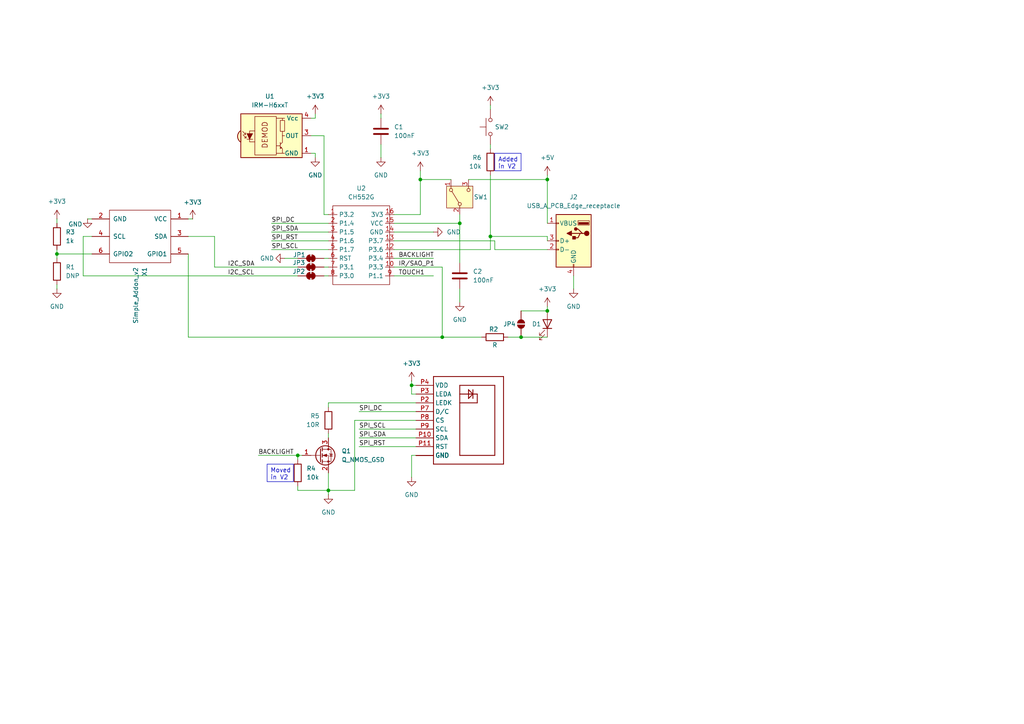
<source format=kicad_sch>
(kicad_sch (version 20231120) (generator "eeschema") (generator_version "8.0")
  (paper "A4")
  (lib_symbols
    (symbol "CH552G:CH552G"
      (property "Reference" "U" (at 0 1.27 0))
      (property "Value" "CH552G" (at 0 -2.54 0))
      (symbol "CH552G_0_1"
        (rectangle (start -8.89 8.89) (end 7.62 -13.97))
      )
      (symbol "CH552G_1_1"
        (pin bidirectional line (at -10.16 6.35 0) (length 2.54) (name "P3.2") (number "1"))
        (pin bidirectional line (at 8.89 -8.89 180) (length 2.54) (name "P3.3") (number "10"))
        (pin bidirectional line (at 8.89 -6.35 180) (length 2.54) (name "P3.4") (number "11"))
        (pin bidirectional line (at 8.89 -3.81 180) (length 2.54) (name "P3.6") (number "12"))
        (pin bidirectional line (at 8.89 -1.27 180) (length 2.54) (name "P3.7") (number "13"))
        (pin bidirectional line (at 8.89 1.27 180) (length 2.54) (name "GND") (number "14"))
        (pin bidirectional line (at 8.89 3.81 180) (length 2.54) (name "VCC") (number "15"))
        (pin bidirectional line (at 8.89 6.35 180) (length 2.54) (name "3V3") (number "16"))
        (pin bidirectional line (at -10.16 3.81 0) (length 2.54) (name "P1.4") (number "2"))
        (pin bidirectional line (at -10.16 1.27 0) (length 2.54) (name "P1.5") (number "3"))
        (pin bidirectional line (at -10.16 -1.27 0) (length 2.54) (name "P1.6") (number "4"))
        (pin bidirectional line (at -10.16 -3.81 0) (length 2.54) (name "P1.7") (number "5"))
        (pin bidirectional line (at -10.16 -6.35 0) (length 2.54) (name "RST") (number "6"))
        (pin bidirectional line (at -10.16 -8.89 0) (length 2.54) (name "P3.1") (number "7"))
        (pin bidirectional line (at -10.16 -11.43 0) (length 2.54) (name "P3.0") (number "8"))
        (pin bidirectional line (at 8.89 -11.43 180) (length 2.54) (name "P1.1") (number "9"))
      )
    )
    (symbol "Device:C" (pin_numbers hide) (pin_names (offset 0.254))
      (property "Reference" "C" (at 0.635 2.54 0))
      (property "Value" "C" (at 0.635 -2.54 0))
      (symbol "C_0_1"
        (polyline (pts (xy -2.032 -0.762) (xy 2.032 -0.762)) (stroke (width 0.508)))
        (polyline (pts (xy -2.032 0.762) (xy 2.032 0.762)) (stroke (width 0.508)))
      )
      (symbol "C_1_1"
        (pin passive line (at 0 3.81 270) (length 2.794) (name "~") (number "1"))
        (pin passive line (at 0 -3.81 90) (length 2.794) (name "~") (number "2"))
      )
    )
    (symbol "Device:LED" (pin_numbers hide) (pin_names (offset 1.016) hide)
      (property "Reference" "D" (at 0 2.54 0))
      (property "Value" "LED" (at 0 -2.54 0))
      (symbol "LED_0_1"
        (polyline (pts (xy -1.27 -1.27) (xy -1.27 1.27)) (stroke (width 0.254)))
        (polyline (pts (xy -1.27 0) (xy 1.27 0)))
        (polyline (pts (xy 1.27 -1.27) (xy 1.27 1.27) (xy -1.27 0) (xy 1.27 -1.27)) (stroke (width 0.254)))
        (polyline (pts (xy -3.048 -0.762) (xy -4.572 -2.286) (xy -3.81 -2.286) (xy -4.572 -2.286) (xy -4.572 -1.524)))
        (polyline (pts (xy -1.778 -0.762) (xy -3.302 -2.286) (xy -2.54 -2.286) (xy -3.302 -2.286) (xy -3.302 -1.524)))
      )
      (symbol "LED_1_1"
        (pin passive line (at -3.81 0 0) (length 2.54) (name "K") (number "1"))
        (pin passive line (at 3.81 0 180) (length 2.54) (name "A") (number "2"))
      )
    )
    (symbol "Device:Q_NMOS_GSD" (pin_names (offset 0) hide)
      (property "Reference" "Q" (at 5.08 1.27 0))
      (property "Value" "Q_NMOS_GSD" (at 5.08 -1.27 0))
      (symbol "Q_NMOS_GSD_0_1"
        (polyline (pts (xy 0.254 0) (xy -2.54 0)))
        (polyline (pts (xy 0.254 1.905) (xy 0.254 -1.905)) (stroke (width 0.254)))
        (polyline (pts (xy 0.762 -1.27) (xy 0.762 -2.286)) (stroke (width 0.254)))
        (polyline (pts (xy 0.762 0.508) (xy 0.762 -0.508)) (stroke (width 0.254)))
        (polyline (pts (xy 0.762 2.286) (xy 0.762 1.27)) (stroke (width 0.254)))
        (polyline (pts (xy 2.54 2.54) (xy 2.54 1.778)))
        (polyline (pts (xy 2.54 -2.54) (xy 2.54 0) (xy 0.762 0)))
        (polyline (pts (xy 0.762 -1.778) (xy 3.302 -1.778) (xy 3.302 1.778) (xy 0.762 1.778)))
        (polyline (pts (xy 1.016 0) (xy 2.032 0.381) (xy 2.032 -0.381) (xy 1.016 0)) (fill (type outline)))
        (polyline (pts (xy 2.794 0.508) (xy 2.921 0.381) (xy 3.683 0.381) (xy 3.81 0.254)))
        (polyline (pts (xy 3.302 0.381) (xy 2.921 -0.254) (xy 3.683 -0.254) (xy 3.302 0.381)))
        (circle (center 1.651 0) (radius 2.794) (stroke (width 0.254)))
        (circle (center 2.54 -1.778) (radius 0.254) (fill (type outline)))
        (circle (center 2.54 1.778) (radius 0.254) (fill (type outline)))
      )
      (symbol "Q_NMOS_GSD_1_1"
        (pin input line (at -5.08 0 0) (length 2.54) (name "G") (number "1"))
        (pin passive line (at 2.54 -5.08 90) (length 2.54) (name "S") (number "2"))
        (pin passive line (at 2.54 5.08 270) (length 2.54) (name "D") (number "3"))
      )
    )
    (symbol "Device:R" (pin_numbers hide) (pin_names (offset 0))
      (property "Reference" "R" (at 2.032 0 90))
      (property "Value" "R" (at 0 0 90))
      (symbol "R_0_1"
        (rectangle (start -1.016 -2.54) (end 1.016 2.54) (stroke (width 0.254)))
      )
      (symbol "R_1_1"
        (pin passive line (at 0 3.81 270) (length 1.27) (name "~") (number "1"))
        (pin passive line (at 0 -3.81 90) (length 1.27) (name "~") (number "2"))
      )
    )
    (symbol "Interface_Optical:IRM-H6xxT" (pin_names (offset 1.016))
      (property "Reference" "U" (at -10.16 7.62 0))
      (property "Value" "IRM-H6xxT" (at -10.16 -7.62 0))
      (symbol "IRM-H6xxT_0_0"
        (arc (start -10.287 1.397) (mid -11.0899 -0.1852) (end -10.287 -1.778) (stroke (width 0.254)) (fill (type background)))
        (polyline (pts (xy 1.905 -5.08) (xy 0.127 -5.08)))
        (polyline (pts (xy 1.905 5.08) (xy 0.127 5.08)))
        (text "DEMOD" (at -3.175 0.254 900) (effects (font (size 1.524 1.524))))
      )
      (symbol "IRM-H6xxT_0_1"
        (rectangle (start -6.096 5.588) (end 0.127 -5.588))
        (polyline (pts (xy -8.763 0.381) (xy -9.652 1.27)))
        (polyline (pts (xy -8.763 0.381) (xy -9.271 0.381)))
        (polyline (pts (xy -8.763 0.381) (xy -8.763 0.889)))
        (polyline (pts (xy -8.636 -0.635) (xy -9.525 0.254)))
        (polyline (pts (xy -8.636 -0.635) (xy -9.144 -0.635)))
        (polyline (pts (xy -8.636 -0.635) (xy -8.636 -0.127)))
        (polyline (pts (xy -8.382 -1.016) (xy -6.731 -1.016)))
        (polyline (pts (xy 1.27 -2.921) (xy 0.127 -2.921)))
        (polyline (pts (xy 1.27 -1.905) (xy 1.27 -3.81)))
        (polyline (pts (xy 1.397 -3.556) (xy 1.524 -3.556)))
        (polyline (pts (xy 1.651 -3.556) (xy 1.524 -3.556)))
        (polyline (pts (xy 1.651 -3.556) (xy 1.651 -3.302)))
        (polyline (pts (xy 1.905 0) (xy 1.905 1.27)))
        (polyline (pts (xy 1.905 4.445) (xy 1.905 5.08) (xy 2.54 5.08)))
        (polyline (pts (xy -8.382 0.635) (xy -6.731 0.635) (xy -7.62 -1.016) (xy -8.382 0.635)) (fill (type outline)))
        (polyline (pts (xy -6.096 1.397) (xy -7.62 1.397) (xy -7.62 -1.778) (xy -6.096 -1.778)))
        (polyline (pts (xy 1.27 -3.175) (xy 1.905 -3.81) (xy 1.905 -5.08) (xy 2.54 -5.08)))
        (polyline (pts (xy 1.27 -2.54) (xy 1.905 -1.905) (xy 1.905 0) (xy 2.54 0)))
        (rectangle (start 2.54 1.27) (end 1.27 4.445))
        (rectangle (start 7.62 6.35) (end -10.16 -6.35) (stroke (width 0.254)) (fill (type background)))
      )
      (symbol "IRM-H6xxT_1_1"
        (pin power_in line (at 10.16 -5.08 180) (length 2.54) (name "GND") (number "1"))
        (pin passive line (at 10.16 -5.08 180) (length 2.54) hide (name "GND") (number "2"))
        (pin output line (at 10.16 0 180) (length 2.54) (name "OUT") (number "3"))
        (pin power_in line (at 10.16 5.08 180) (length 2.54) (name "Vcc") (number "4"))
      )
    )
    (symbol "Jumper:SolderJumper_2_Bridged" (pin_numbers hide) (pin_names (offset 0) hide) (exclude_from_sim yes) (in_bom no)
      (property "Reference" "JP" (at 0 2.032 0))
      (property "Value" "SolderJumper_2_Bridged" (at 0 -2.54 0))
      (symbol "SolderJumper_2_Bridged_0_1"
        (rectangle (start -0.508 0.508) (end 0.508 -0.508) (fill (type outline)))
        (arc (start -0.254 1.016) (mid -1.2656 0) (end -0.254 -1.016))
        (arc (start -0.254 1.016) (mid -1.2656 0) (end -0.254 -1.016) (fill (type outline)))
        (polyline (pts (xy -0.254 1.016) (xy -0.254 -1.016)))
        (polyline (pts (xy 0.254 1.016) (xy 0.254 -1.016)))
        (arc (start 0.254 -1.016) (mid 1.2656 0) (end 0.254 1.016))
        (arc (start 0.254 -1.016) (mid 1.2656 0) (end 0.254 1.016) (fill (type outline)))
      )
      (symbol "SolderJumper_2_Bridged_1_1"
        (pin passive line (at -3.81 0 0) (length 2.54) (name "A") (number "1"))
        (pin passive line (at 3.81 0 180) (length 2.54) (name "B") (number "2"))
      )
    )
    (symbol "Jumper:SolderJumper_2_Open" (pin_numbers hide) (pin_names (offset 0) hide) (exclude_from_sim yes) (in_bom no)
      (property "Reference" "JP" (at 0 2.032 0))
      (property "Value" "SolderJumper_2_Open" (at 0 -2.54 0))
      (symbol "SolderJumper_2_Open_0_1"
        (arc (start -0.254 1.016) (mid -1.2656 0) (end -0.254 -1.016))
        (arc (start -0.254 1.016) (mid -1.2656 0) (end -0.254 -1.016) (fill (type outline)))
        (polyline (pts (xy -0.254 1.016) (xy -0.254 -1.016)))
        (polyline (pts (xy 0.254 1.016) (xy 0.254 -1.016)))
        (arc (start 0.254 -1.016) (mid 1.2656 0) (end 0.254 1.016))
        (arc (start 0.254 -1.016) (mid 1.2656 0) (end 0.254 1.016) (fill (type outline)))
      )
      (symbol "SolderJumper_2_Open_1_1"
        (pin passive line (at -3.81 0 0) (length 2.54) (name "A") (number "1"))
        (pin passive line (at 3.81 0 180) (length 2.54) (name "B") (number "2"))
      )
    )
    (symbol "Simple_Addon_v2:Simple_Addon_v2" (pin_names (offset 1.016))
      (property "Reference" "X" (at 0 0 0))
      (property "Value" "Simple_Addon_v2" (at 0 20.32 0))
      (symbol "Simple_Addon_v2_0_1"
        (rectangle (start -7.62 8.89) (end 7.62 -8.89))
      )
      (symbol "Simple_Addon_v2_1_1"
        (pin input line (at -5.08 13.97 270) (length 5.08) (name "VCC") (number "1"))
        (pin input line (at -5.08 -13.97 90) (length 5.08) (name "GND") (number "2"))
        (pin input line (at 0 13.97 270) (length 5.08) (name "SDA") (number "3"))
        (pin input line (at 0 -13.97 90) (length 5.08) (name "SCL") (number "4"))
        (pin input line (at 5.08 13.97 270) (length 5.08) (name "GPIO1") (number "5"))
        (pin input line (at 5.08 -13.97 90) (length 5.08) (name "GPIO2") (number "6"))
      )
    )
    (symbol "Switch:SW_Push" (pin_numbers hide) (pin_names (offset 1.016) hide)
      (property "Reference" "SW" (at 1.27 2.54 0))
      (property "Value" "SW_Push" (at 0 -1.524 0))
      (symbol "SW_Push_0_1"
        (circle (center -2.032 0) (radius 0.508))
        (polyline (pts (xy 0 1.27) (xy 0 3.048)))
        (polyline (pts (xy 2.54 1.27) (xy -2.54 1.27)))
        (circle (center 2.032 0) (radius 0.508))
        (pin passive line (at -5.08 0 0) (length 2.54) (name "1") (number "1"))
        (pin passive line (at 5.08 0 180) (length 2.54) (name "2") (number "2"))
      )
    )
    (symbol "Switch:SW_SPDT" (pin_names (offset 0) hide)
      (property "Reference" "SW" (at 0 5.08 0))
      (property "Value" "SW_SPDT" (at 0 -5.08 0))
      (symbol "SW_SPDT_0_1"
        (circle (center -2.032 0) (radius 0.4572))
        (polyline (pts (xy -1.651 0.254) (xy 1.651 2.286)))
        (circle (center 2.032 -2.54) (radius 0.4572))
        (circle (center 2.032 2.54) (radius 0.4572))
      )
      (symbol "SW_SPDT_1_1"
        (rectangle (start -3.175 3.81) (end 3.175 -3.81) (fill (type background)))
        (pin passive line (at 5.08 2.54 180) (length 2.54) (name "A") (number "1"))
        (pin passive line (at -5.08 0 0) (length 2.54) (name "B") (number "2"))
        (pin passive line (at 5.08 -2.54 180) (length 2.54) (name "C") (number "3"))
      )
    )
    (symbol "power:+3V3" (power) (pin_numbers hide) (pin_names (offset 0) hide)
      (property "Value" "+3V3" (at 0 3.556 0))
      (symbol "+3V3_0_1"
        (polyline (pts (xy -0.762 1.27) (xy 0 2.54)))
        (polyline (pts (xy 0 0) (xy 0 2.54)))
        (polyline (pts (xy 0 2.54) (xy 0.762 1.27)))
      )
      (symbol "+3V3_1_1"
        (pin power_in line (at 0 0 90) (length 0) (name "~") (number "1"))
      )
    )
    (symbol "power:+5V" (power) (pin_numbers hide) (pin_names (offset 0) hide)
      (property "Value" "+5V" (at 0 3.556 0))
      (symbol "+5V_0_1"
        (polyline (pts (xy -0.762 1.27) (xy 0 2.54)))
        (polyline (pts (xy 0 0) (xy 0 2.54)))
        (polyline (pts (xy 0 2.54) (xy 0.762 1.27)))
      )
      (symbol "+5V_1_1"
        (pin power_in line (at 0 0 90) (length 0) (name "~") (number "1"))
      )
    )
    (symbol "power:GND" (power) (pin_numbers hide) (pin_names (offset 0) hide)
      (property "Value" "GND" (at 0 -3.81 0))
      (symbol "GND_0_1"
        (polyline (pts (xy 0 0) (xy 0 -1.27) (xy 1.27 -1.27) (xy 0 -2.54) (xy -1.27 -1.27) (xy 0 -1.27)))
      )
      (symbol "GND_1_1"
        (pin power_in line (at 0 0 270) (length 0) (name "~") (number "1"))
      )
    )
    (symbol "usb-edge:USB_A_PCB_Edge_receptacle" (pin_names (offset 1.016))
      (property "Reference" "J" (at -5.08 11.43 0))
      (property "Value" "USB_A_PCB_Edge_receptacle" (at -5.08 8.89 0))
      (symbol "USB_A_PCB_Edge_receptacle_0_1"
        (rectangle (start -5.08 -7.62) (end 5.08 7.62) (stroke (width 0.254)) (fill (type background)))
        (circle (center -3.81 2.159) (radius 0.635) (stroke (width 0.254)) (fill (type outline)))
        (rectangle (start -1.524 4.826) (end -4.318 5.334) (fill (type outline)))
        (rectangle (start -1.27 4.572) (end -4.572 5.842))
        (circle (center -0.635 3.429) (radius 0.381) (stroke (width 0.254)) (fill (type outline)))
        (rectangle (start -0.127 -7.62) (end 0.127 -6.858))
        (polyline (pts (xy -3.175 2.159) (xy -2.54 2.159) (xy -1.27 3.429) (xy -0.635 3.429)) (stroke (width 0.254)))
        (polyline (pts (xy -2.54 2.159) (xy -1.905 2.159) (xy -1.27 0.889) (xy 0 0.889)) (stroke (width 0.254)))
        (polyline (pts (xy 0.635 2.794) (xy 0.635 1.524) (xy 1.905 2.159) (xy 0.635 2.794)) (stroke (width 0.254)) (fill (type outline)))
        (rectangle (start 0.254 1.27) (end -0.508 0.508) (stroke (width 0.254)) (fill (type outline)))
        (rectangle (start 5.08 -2.667) (end 4.318 -2.413))
        (rectangle (start 5.08 -0.127) (end 4.318 0.127))
        (rectangle (start 5.08 4.953) (end 4.318 5.207))
      )
      (symbol "USB_A_PCB_Edge_receptacle_1_1"
        (polyline (pts (xy -1.905 2.159) (xy 0.635 2.159)) (stroke (width 0.254)))
        (pin power_in line (at 7.62 5.08 180) (length 2.54) (name "VBUS") (number "1"))
        (pin bidirectional line (at 7.62 -2.54 180) (length 2.54) (name "D-") (number "2"))
        (pin bidirectional line (at 7.62 0 180) (length 2.54) (name "D+") (number "3"))
        (pin power_in line (at 0 -10.16 90) (length 2.54) (name "GND") (number "4"))
        (pin passive line (at -2.54 -10.16 90) (length 2.54) hide (name "Shield") (number "5"))
      )
    )
    (symbol "v0-eagle-import:STP240240-0130A"
      (symbol "STP240240-0130A_1_0"
        (polyline (pts (xy 0 -12.7) (xy 20.32 -12.7)) (stroke (width 0.254)))
        (polyline (pts (xy 0 12.7) (xy 0 -12.7)) (stroke (width 0.254)))
        (polyline (pts (xy 7.62 -10.16) (xy 7.62 5.08)) (stroke (width 0.254)))
        (polyline (pts (xy 7.62 5.08) (xy 7.62 7.62)) (stroke (width 0.254)))
        (polyline (pts (xy 7.62 7.62) (xy 7.62 10.16)) (stroke (width 0.254)))
        (polyline (pts (xy 7.62 7.62) (xy 12.7 7.62)) (stroke (width 0.254)))
        (polyline (pts (xy 7.62 10.16) (xy 17.78 10.16)) (stroke (width 0.254)))
        (polyline (pts (xy 10.16 6.35) (xy 11.43 7.62)) (stroke (width 0.254)))
        (polyline (pts (xy 10.16 8.89) (xy 10.16 6.35)) (stroke (width 0.254)))
        (polyline (pts (xy 11.43 7.62) (xy 10.16 8.89)) (stroke (width 0.254)))
        (polyline (pts (xy 11.43 8.89) (xy 11.43 6.35)) (stroke (width 0.254)))
        (polyline (pts (xy 12.7 5.08) (xy 7.62 5.08)) (stroke (width 0.254)))
        (polyline (pts (xy 12.7 7.62) (xy 12.7 5.08)) (stroke (width 0.254)))
        (polyline (pts (xy 17.78 -10.16) (xy 7.62 -10.16)) (stroke (width 0.254)))
        (polyline (pts (xy 17.78 10.16) (xy 17.78 -10.16)) (stroke (width 0.254)))
        (polyline (pts (xy 20.32 -12.7) (xy 20.32 12.7)) (stroke (width 0.254)))
        (polyline (pts (xy 20.32 12.7) (xy 0 12.7)) (stroke (width 0.254)))
        (pin bidirectional line (at -5.08 -10.16 0) (length 5.08) (name "GND") (number "P1"))
        (pin bidirectional line (at -5.08 -5.08 0) (length 5.08) (name "SDA") (number "P10"))
        (pin bidirectional line (at -5.08 -7.62 0) (length 5.08) (name "RST") (number "P11"))
        (pin bidirectional line (at -5.08 -10.16 0) (length 5.08) (name "GND") (number "P12"))
        (pin bidirectional line (at -5.08 5.08 0) (length 5.08) (name "LEDK") (number "P2"))
        (pin bidirectional line (at -5.08 7.62 0) (length 5.08) (name "LEDA") (number "P3"))
        (pin bidirectional line (at -5.08 10.16 0) (length 5.08) (name "VDD") (number "P4"))
        (pin bidirectional line (at -5.08 -10.16 0) (length 5.08) (name "GND") (number "P5"))
        (pin bidirectional line (at -5.08 -10.16 0) (length 5.08) (name "GND") (number "P6"))
        (pin bidirectional line (at -5.08 2.54 0) (length 5.08) (name "D/C") (number "P7"))
        (pin bidirectional line (at -5.08 0 0) (length 5.08) (name "CS") (number "P8"))
        (pin bidirectional line (at -5.08 -2.54 0) (length 5.08) (name "SCL") (number "P9"))
      )
    )
  )
  (junction (at 119.38 111.76))
  (junction (at 16.51 73.66))
  (junction (at 142.24 68.58))
  (junction (at 133.35 64.77))
  (junction (at 121.92 52.07))
  (junction (at 128.27 97.79))
  (junction (at 158.75 52.07))
  (junction (at 158.75 90.17))
  (junction (at 95.25 142.24))
  (junction (at 151.13 97.79))
  (junction (at 86.36 132.08))
  (wire (pts (xy 142.24 50.8) (xy 142.24 68.58)))
  (wire (pts (xy 114.3 80.01) (xy 125.73 80.01)))
  (wire (pts (xy 86.36 132.08) (xy 87.63 132.08)))
  (wire (pts (xy 78.74 72.39) (xy 95.25 72.39)))
  (wire (pts (xy 110.49 33.02) (xy 110.49 34.29)))
  (wire (pts (xy 143.51 72.39) (xy 158.75 72.39)))
  (wire (pts (xy 119.38 111.76) (xy 120.65 111.76)))
  (wire (pts (xy 93.98 74.93) (xy 95.25 74.93)))
  (wire (pts (xy 102.87 121.92) (xy 102.87 142.24)))
  (wire (pts (xy 91.44 44.45) (xy 91.44 45.72)))
  (wire (pts (xy 74.93 132.08) (xy 86.36 132.08)))
  (wire (pts (xy 16.51 72.39) (xy 16.51 73.66)))
  (wire (pts (xy 93.98 39.37) (xy 93.98 62.23)))
  (wire (pts (xy 78.74 67.31) (xy 95.25 67.31)))
  (wire (pts (xy 133.35 64.77) (xy 133.35 76.2)))
  (wire (pts (xy 24.13 68.58) (xy 26.67 68.58)))
  (wire (pts (xy 143.51 69.85) (xy 143.51 72.39)))
  (wire (pts (xy 114.3 62.23) (xy 121.92 62.23)))
  (wire (pts (xy 86.36 142.24) (xy 95.25 142.24)))
  (wire (pts (xy 62.23 77.47) (xy 86.36 77.47)))
  (wire (pts (xy 86.36 74.93) (xy 82.55 74.93)))
  (wire (pts (xy 104.14 119.38) (xy 120.65 119.38)))
  (wire (pts (xy 128.27 77.47) (xy 114.3 77.47)))
  (wire (pts (xy 93.98 62.23) (xy 95.25 62.23)))
  (wire (pts (xy 26.67 63.5) (xy 25.4 63.5)))
  (wire (pts (xy 119.38 114.3) (xy 119.38 111.76)))
  (wire (pts (xy 135.89 52.07) (xy 158.75 52.07)))
  (wire (pts (xy 114.3 72.39) (xy 142.24 72.39)))
  (wire (pts (xy 86.36 142.24) (xy 86.36 140.97)))
  (wire (pts (xy 121.92 49.53) (xy 121.92 52.07)))
  (wire (pts (xy 114.3 67.31) (xy 125.73 67.31)))
  (wire (pts (xy 142.24 31.75) (xy 142.24 30.48)))
  (wire (pts (xy 104.14 124.46) (xy 120.65 124.46)))
  (wire (pts (xy 121.92 52.07) (xy 121.92 62.23)))
  (wire (pts (xy 24.13 80.01) (xy 86.36 80.01)))
  (wire (pts (xy 166.37 80.01) (xy 166.37 83.82)))
  (wire (pts (xy 158.75 52.07) (xy 158.75 64.77)))
  (wire (pts (xy 95.25 142.24) (xy 102.87 142.24)))
  (wire (pts (xy 114.3 74.93) (xy 125.73 74.93)))
  (wire (pts (xy 133.35 83.82) (xy 133.35 87.63)))
  (wire (pts (xy 78.74 69.85) (xy 95.25 69.85)))
  (wire (pts (xy 142.24 68.58) (xy 158.75 68.58)))
  (wire (pts (xy 128.27 97.79) (xy 139.7 97.79)))
  (wire (pts (xy 62.23 68.58) (xy 62.23 77.47)))
  (wire (pts (xy 90.17 44.45) (xy 91.44 44.45)))
  (wire (pts (xy 16.51 63.5) (xy 16.51 64.77)))
  (wire (pts (xy 86.36 132.08) (xy 86.36 133.35)))
  (wire (pts (xy 54.61 73.66) (xy 54.61 97.79)))
  (wire (pts (xy 158.75 88.9) (xy 158.75 90.17)))
  (wire (pts (xy 91.44 33.02) (xy 91.44 34.29)))
  (wire (pts (xy 120.65 114.3) (xy 119.38 114.3)))
  (wire (pts (xy 151.13 90.17) (xy 158.75 90.17)))
  (wire (pts (xy 119.38 132.08) (xy 119.38 138.43)))
  (wire (pts (xy 93.98 80.01) (xy 95.25 80.01)))
  (wire (pts (xy 54.61 97.79) (xy 128.27 97.79)))
  (wire (pts (xy 55.88 63.5) (xy 54.61 63.5)))
  (wire (pts (xy 90.17 39.37) (xy 93.98 39.37)))
  (wire (pts (xy 95.25 116.84) (xy 95.25 118.11)))
  (wire (pts (xy 16.51 82.55) (xy 16.51 83.82)))
  (wire (pts (xy 90.17 34.29) (xy 91.44 34.29)))
  (wire (pts (xy 142.24 41.91) (xy 142.24 43.18)))
  (wire (pts (xy 16.51 73.66) (xy 26.67 73.66)))
  (wire (pts (xy 78.74 64.77) (xy 95.25 64.77)))
  (wire (pts (xy 151.13 97.79) (xy 158.75 97.79)))
  (wire (pts (xy 142.24 72.39) (xy 142.24 68.58)))
  (wire (pts (xy 158.75 68.58) (xy 158.75 69.85)))
  (wire (pts (xy 128.27 97.79) (xy 128.27 77.47)))
  (wire (pts (xy 54.61 68.58) (xy 62.23 68.58)))
  (wire (pts (xy 16.51 73.66) (xy 16.51 74.93)))
  (wire (pts (xy 147.32 97.79) (xy 151.13 97.79)))
  (wire (pts (xy 121.92 52.07) (xy 130.81 52.07)))
  (wire (pts (xy 93.98 77.47) (xy 95.25 77.47)))
  (wire (pts (xy 158.75 50.8) (xy 158.75 52.07)))
  (wire (pts (xy 120.65 132.08) (xy 119.38 132.08)))
  (wire (pts (xy 24.13 80.01) (xy 24.13 68.58)))
  (wire (pts (xy 95.25 125.73) (xy 95.25 127)))
  (wire (pts (xy 120.65 121.92) (xy 102.87 121.92)))
  (wire (pts (xy 119.38 110.49) (xy 119.38 111.76)))
  (wire (pts (xy 114.3 69.85) (xy 143.51 69.85)))
  (wire (pts (xy 133.35 64.77) (xy 114.3 64.77)))
  (wire (pts (xy 120.65 116.84) (xy 95.25 116.84)))
  (wire (pts (xy 104.14 127) (xy 120.65 127)))
  (wire (pts (xy 104.14 129.54) (xy 120.65 129.54)))
  (wire (pts (xy 110.49 41.91) (xy 110.49 45.72)))
  (wire (pts (xy 95.25 137.16) (xy 95.25 142.24)))
  (wire (pts (xy 133.35 62.23) (xy 133.35 64.77)))
  (wire (pts (xy 95.25 143.51) (xy 95.25 142.24)))
  (text_box "Moved in V2" (at 77.47 134.62 0) (size 7.62 5.08) (effects (font (size 1.27 1.27)) (justify left top)))
  (text_box "Added in V2" (at 143.51 44.45 0) (size 7.62 5.08) (effects (font (size 1.27 1.27)) (justify left top)))
  (label "BACKLIGHT" (at 115.57 74.93 0))
  (label "SPI_SCL" (at 78.74 72.39 0))
  (label "SPI_DC" (at 78.74 64.77 0))
  (label "TOUCH1" (at 115.57 80.01 0))
  (label "SPI_SDA" (at 104.14 127 0))
  (label "BACKLIGHT" (at 74.93 132.08 0))
  (label "I2C_SCL" (at 66.04 80.01 0))
  (label "SPI_RST" (at 104.14 129.54 0))
  (label "SPI_RST" (at 78.74 69.85 0))
  (label "I2C_SDA" (at 66.04 77.47 0))
  (label "SPI_SDA" (at 78.74 67.31 0))
  (label "SPI_DC" (at 104.14 119.38 0))
  (label "SPI_SCL" (at 104.14 124.46 0))
  (label "IR{slash}SAO_P1" (at 115.57 77.47 0))
  (symbol (lib_id "power:GND") (at 125.73 67.31 90) (unit 1)
    (property "Reference" "#PWR016" (effects (hide yes)))
    (property "Value" "GND" (at 129.54 67.3099 90) (effects (justify right)))
    (property "Description" "Power symbol creates a global label with name \"GND\" , ground" (effects (hide yes)))
  )
  (symbol (lib_id "power:GND") (at 110.49 45.72 0) (unit 1)
    (property "Reference" "#PWR012" (effects (hide yes)))
    (property "Value" "GND" (at 110.49 50.8 0))
    (property "Description" "Power symbol creates a global label with name \"GND\" , ground" (effects (hide yes)))
  )
  (symbol (lib_id "power:+5V") (at 158.75 50.8 0) (unit 1)
    (property "Reference" "#PWR019" (effects (hide yes)))
    (property "Value" "+5V" (at 158.75 45.72 0))
    (property "Description" "Power symbol creates a global label with name \"+5V\"" (effects (hide yes)))
  )
  (symbol (lib_id "Device:R") (at 16.51 68.58 0) (unit 1)
    (property "Reference" "R3" (at 19.05 67.3099 0) (effects (justify left)))
    (property "Value" "1k" (at 19.05 69.8499 0) (effects (justify left)))
    (property "Footprint" "Resistor_SMD:R_0603_1608Metric" (effects (hide yes)))
    (property "Description" "Resistor" (effects (hide yes)))
  )
  (symbol (lib_id "Device:C") (at 110.49 38.1 0) (unit 1)
    (property "Reference" "C1" (at 114.3 36.8299 0) (effects (justify left)))
    (property "Value" "100nF" (at 114.3 39.3699 0) (effects (justify left)))
    (property "Footprint" "Capacitor_SMD:C_0603_1608Metric" (effects (hide yes)))
    (property "Description" "Unpolarized capacitor" (effects (hide yes)))
  )
  (symbol (lib_id "Switch:SW_Push") (at 142.24 36.83 90) (unit 1)
    (property "Reference" "SW2" (at 143.51 36.83 90) (effects (justify right)))
    (property "Value" "SW_Push" (effects (hide yes)))
    (property "Footprint" "Button_Switch_SMD:SW_SPST_CK_RS282G05A3" (effects (hide yes)))
    (property "Description" "Push button switch, generic, two pins" (effects (hide yes)))
  )
  (symbol (lib_id "power:GND") (at 166.37 83.82 0) (unit 1)
    (property "Reference" "#PWR021" (effects (hide yes)))
    (property "Value" "GND" (at 166.37 88.9 0))
    (property "Description" "Power symbol creates a global label with name \"GND\" , ground" (effects (hide yes)))
  )
  (symbol (lib_id "power:+3V3") (at 110.49 33.02 0) (unit 1)
    (property "Reference" "#PWR011" (effects (hide yes)))
    (property "Value" "+3V3" (at 110.49 27.94 0))
    (property "Description" "Power symbol creates a global label with name \"+3V3\"" (effects (hide yes)))
  )
  (symbol (lib_id "power:GND") (at 119.38 138.43 0) (unit 1)
    (property "Reference" "#PWR014" (effects (hide yes)))
    (property "Value" "GND" (at 119.38 143.51 0))
    (property "Description" "Power symbol creates a global label with name \"GND\" , ground" (effects (hide yes)))
  )
  (symbol (lib_id "power:+3V3") (at 119.38 110.49 0) (unit 1)
    (property "Reference" "#PWR013" (effects (hide yes)))
    (property "Value" "+3V3" (at 119.38 105.41 0))
    (property "Description" "Power symbol creates a global label with name \"+3V3\"" (effects (hide yes)))
  )
  (symbol (lib_id "Device:R") (at 142.24 46.99 0) (mirror y) (unit 1)
    (property "Reference" "R6" (at 139.7 45.7199 0) (effects (justify left)))
    (property "Value" "10k" (at 139.7 48.2599 0) (effects (justify left)))
    (property "Footprint" "Resistor_SMD:R_0603_1608Metric" (effects (hide yes)))
    (property "Description" "Resistor" (effects (hide yes)))
  )
  (symbol (lib_id "Interface_Optical:IRM-H6xxT") (at 80.01 39.37 0) (unit 1)
    (property "Reference" "U1" (at 78.275 27.94 0))
    (property "Value" "IRM-H6xxT" (at 78.275 30.48 0))
    (property "Footprint" "OptoDevice:Everlight_IRM-H6xxT" (effects (hide yes)))
    (property "Datasheet" "https://en.everlight.com/wp-content/plugins/ItemRelationship/product_files/pdf/DMO-0000004-IRM-H6XX-TR2_Series_Datasheet_V4.pdf" (effects (hide yes)))
    (property "Description" "IR Receiver Modules for remote controls" (effects (hide yes)))
  )
  (symbol (lib_id "Device:R") (at 143.51 97.79 90) (mirror x) (unit 1)
    (property "Reference" "R2" (at 144.526 95.504 90) (effects (justify left)))
    (property "Value" "R" (at 144.272 100.076 90) (effects (justify left)))
    (property "Footprint" "Resistor_SMD:R_0603_1608Metric" (effects (hide yes)))
    (property "Description" "Resistor" (effects (hide yes)))
  )
  (symbol (lib_id "Jumper:SolderJumper_2_Bridged") (at 90.17 80.01 0) (mirror y) (unit 1) (exclude_from_sim yes) (in_bom no)
    (property "Reference" "JP2" (at 84.836 78.74 0) (effects (justify right)))
    (property "Value" "SolderJumper_2_Bridged" (effects (hide yes)))
    (property "Footprint" "Jumper:SolderJumper-2_P1.3mm_Bridged_RoundedPad1.0x1.5mm" (effects (hide yes)))
    (property "Description" "Solder Jumper, 2-pole, closed/bridged" (effects (hide yes)))
  )
  (symbol (lib_id "power:+3V3") (at 142.24 30.48 0) (unit 1)
    (property "Reference" "#PWR018" (effects (hide yes)))
    (property "Value" "+3V3" (at 142.24 25.4 0))
    (property "Description" "Power symbol creates a global label with name \"+3V3\"" (effects (hide yes)))
  )
  (symbol (lib_id "Device:Q_NMOS_GSD") (at 92.71 132.08 0) (unit 1)
    (property "Reference" "Q1" (at 99.06 130.8099 0) (effects (justify left)))
    (property "Value" "Q_NMOS_GSD" (at 99.06 133.3499 0) (effects (justify left)))
    (property "Footprint" "Package_TO_SOT_SMD:SOT-23" (effects (hide yes)))
    (property "Description" "N-MOSFET transistor, gate/source/drain" (effects (hide yes)))
  )
  (symbol (lib_id "Jumper:SolderJumper_2_Bridged") (at 90.17 77.47 0) (mirror y) (unit 1) (exclude_from_sim yes) (in_bom no)
    (property "Reference" "JP3" (at 84.836 76.2 0) (effects (justify right)))
    (property "Value" "SolderJumper_2_Bridged" (effects (hide yes)))
    (property "Footprint" "Jumper:SolderJumper-2_P1.3mm_Bridged_RoundedPad1.0x1.5mm" (effects (hide yes)))
    (property "Description" "Solder Jumper, 2-pole, closed/bridged" (effects (hide yes)))
  )
  (symbol (lib_id "power:GND") (at 133.35 87.63 0) (unit 1)
    (property "Reference" "#PWR017" (effects (hide yes)))
    (property "Value" "GND" (at 133.35 92.71 0))
    (property "Description" "Power symbol creates a global label with name \"GND\" , ground" (effects (hide yes)))
  )
  (symbol (lib_id "Jumper:SolderJumper_2_Open") (at 151.13 93.98 90) (unit 1) (exclude_from_sim yes) (in_bom no)
    (property "Reference" "JP4" (at 149.606 93.98 90) (effects (justify left)))
    (property "Value" "SolderJumper_2_Open" (effects (hide yes)))
    (property "Footprint" "Jumper:SolderJumper-2_P1.3mm_Open_RoundedPad1.0x1.5mm" (effects (hide yes)))
    (property "Description" "Solder Jumper, 2-pole, open" (effects (hide yes)))
  )
  (symbol (lib_id "Device:R") (at 16.51 78.74 0) (unit 1)
    (property "Reference" "R1" (at 19.05 77.4699 0) (effects (justify left)))
    (property "Value" "DNP" (at 19.05 80.0099 0) (effects (justify left)))
    (property "Footprint" "Resistor_SMD:R_0603_1608Metric" (effects (hide yes)))
    (property "Description" "Resistor" (effects (hide yes)))
  )
  (symbol (lib_id "power:+3V3") (at 55.88 63.5 0) (unit 1)
    (property "Reference" "#PWR04" (effects (hide yes)))
    (property "Value" "+3V3" (at 55.88 58.674 0))
    (property "Description" "Power symbol creates a global label with name \"+3V3\"" (effects (hide yes)))
  )
  (symbol (lib_id "power:+3V3") (at 16.51 63.5 0) (unit 1)
    (property "Reference" "#PWR01" (effects (hide yes)))
    (property "Value" "+3V3" (at 16.51 58.42 0))
    (property "Description" "Power symbol creates a global label with name \"+3V3\"" (effects (hide yes)))
  )
  (symbol (lib_id "Device:R") (at 95.25 121.92 0) (mirror y) (unit 1)
    (property "Reference" "R5" (at 92.71 120.6499 0) (effects (justify left)))
    (property "Value" "10R" (at 92.71 123.1899 0) (effects (justify left)))
    (property "Footprint" "Resistor_SMD:R_0603_1608Metric" (effects (hide yes)))
    (property "Description" "Resistor" (effects (hide yes)))
  )
  (symbol (lib_id "usb-edge:USB_A_PCB_Edge_receptacle") (at 166.37 69.85 0) (mirror y) (unit 1)
    (property "Reference" "J2" (at 166.37 57.15 0))
    (property "Value" "USB_A_PCB_Edge_receptacle" (at 166.37 59.69 0))
    (property "Footprint" "Connector_USB_PCB_Edge:USB_A_PCB_Edge_receptacle" (effects (hide yes)))
    (property "Description" "USB Type A connector" (effects (hide yes)))
  )
  (symbol (lib_id "power:GND") (at 16.51 83.82 0) (unit 1)
    (property "Reference" "#PWR02" (effects (hide yes)))
    (property "Value" "GND" (at 16.51 88.9 0))
    (property "Description" "Power symbol creates a global label with name \"GND\" , ground" (effects (hide yes)))
  )
  (symbol (lib_id "power:GND") (at 82.55 74.93 270) (unit 1)
    (property "Reference" "#PWR05" (effects (hide yes)))
    (property "Value" "GND" (at 79.502 74.93 90) (effects (justify right)))
    (property "Description" "Power symbol creates a global label with name \"GND\" , ground" (effects (hide yes)))
  )
  (symbol (lib_id "Device:C") (at 133.35 80.01 0) (unit 1)
    (property "Reference" "C2" (at 137.16 78.7399 0) (effects (justify left)))
    (property "Value" "100nF" (at 137.16 81.2799 0) (effects (justify left)))
    (property "Footprint" "Capacitor_SMD:C_0603_1608Metric" (effects (hide yes)))
    (property "Description" "Unpolarized capacitor" (effects (hide yes)))
  )
  (symbol (lib_id "Simple_Addon_v2:Simple_Addon_v2") (at 40.64 68.58 270) (unit 1)
    (property "Reference" "X1" (at 41.9101 77.47 0) (effects (justify left)))
    (property "Value" "Simple_Addon_v2" (at 39.3701 77.47 0) (effects (justify left)))
    (property "Footprint" "SAOv2:Simple_Addon_v2-SAO-2x3" (effects (hide yes)))
  )
  (symbol (lib_id "power:GND") (at 91.44 45.72 0) (unit 1)
    (property "Reference" "#PWR08" (effects (hide yes)))
    (property "Value" "GND" (at 91.44 50.8 0))
    (property "Description" "Power symbol creates a global label with name \"GND\" , ground" (effects (hide yes)))
  )
  (symbol (lib_id "power:+3V3") (at 121.92 49.53 0) (unit 1)
    (property "Reference" "#PWR015" (effects (hide yes)))
    (property "Value" "+3V3" (at 121.92 44.45 0))
    (property "Description" "Power symbol creates a global label with name \"+3V3\"" (effects (hide yes)))
  )
  (symbol (lib_id "Device:LED") (at 158.75 93.98 270) (mirror x) (unit 1)
    (property "Reference" "D1" (at 156.972 93.98 90) (effects (justify right)))
    (property "Value" "LED" (effects (hide yes)))
    (property "Footprint" "LED_SMD:LED_0603_1608Metric" (effects (hide yes)))
    (property "Description" "Light emitting diode" (effects (hide yes)))
  )
  (symbol (lib_id "Device:R") (at 86.36 137.16 180) (unit 1)
    (property "Reference" "R4" (at 88.9 135.8899 0) (effects (justify right)))
    (property "Value" "10k" (at 88.9 138.4299 0) (effects (justify right)))
    (property "Footprint" "Resistor_SMD:R_0603_1608Metric" (effects (hide yes)))
    (property "Description" "Resistor" (effects (hide yes)))
  )
  (symbol (lib_id "Jumper:SolderJumper_2_Bridged") (at 90.17 74.93 0) (mirror x) (unit 1) (exclude_from_sim yes) (in_bom no)
    (property "Reference" "JP1" (at 88.646 73.914 0) (effects (justify right)))
    (property "Value" "SolderJumper_2_Bridged" (effects (hide yes)))
    (property "Footprint" "Jumper:SolderJumper-2_P1.3mm_Bridged_RoundedPad1.0x1.5mm" (effects (hide yes)))
    (property "Description" "Solder Jumper, 2-pole, closed/bridged" (effects (hide yes)))
  )
  (symbol (lib_id "power:GND") (at 95.25 143.51 0) (unit 1)
    (property "Reference" "#PWR09" (effects (hide yes)))
    (property "Value" "GND" (at 95.25 148.59 0))
    (property "Description" "Power symbol creates a global label with name \"GND\" , ground" (effects (hide yes)))
  )
  (symbol (lib_id "power:+3V3") (at 91.44 33.02 0) (unit 1)
    (property "Reference" "#PWR07" (effects (hide yes)))
    (property "Value" "+3V3" (at 91.44 27.94 0))
    (property "Description" "Power symbol creates a global label with name \"+3V3\"" (effects (hide yes)))
  )
  (symbol (lib_id "Switch:SW_SPDT") (at 133.35 57.15 90) (unit 1)
    (property "Reference" "SW1" (at 137.414 57.15 90) (effects (justify right)))
    (property "Value" "SW_SPDT" (effects (hide yes)))
    (property "Footprint" "Button_Switch_SMD:SW_SPDT_PCM12" (effects (hide yes)))
    (property "Description" "Switch, single pole double throw" (effects (hide yes)))
  )
  (symbol (lib_id "v0-eagle-import:STP240240-0130A") (at 125.73 121.92 0) (unit 1)
    (property "Reference" "U3" (effects (hide yes)))
    (property "Value" "STP240240-0130A" (effects (hide yes)))
    (property "Footprint" "st7789:STP240240-0130A" (effects (hide yes)))
  )
  (symbol (lib_id "power:GND") (at 25.4 63.5 0) (unit 1)
    (property "Reference" "#PWR03" (effects (hide yes)))
    (property "Value" "GND" (at 19.812 65.024 0) (effects (justify left)))
    (property "Description" "Power symbol creates a global label with name \"GND\" , ground" (effects (hide yes)))
  )
  (symbol (lib_id "CH552G:CH552G") (at 105.41 68.58 0) (unit 1)
    (property "Reference" "U2" (at 104.775 54.61 0))
    (property "Value" "CH552G" (at 104.775 57.15 0))
    (property "Footprint" "CH552G:CH552G" (effects (hide yes)))
    (property "Datasheet" "https://github.com/WeActStudio/WeActStudio.CH552CoreBoard/blob/master/Datasheet/CH552DS1_en.PDF" (effects (hide yes)))
  )
  (symbol (lib_id "power:+3V3") (at 158.75 88.9 0) (unit 1)
    (property "Reference" "#PWR020" (effects (hide yes)))
    (property "Value" "+3V3" (at 158.75 83.82 0))
    (property "Description" "Power symbol creates a global label with name \"+3V3\"" (effects (hide yes)))
  )
)
</source>
